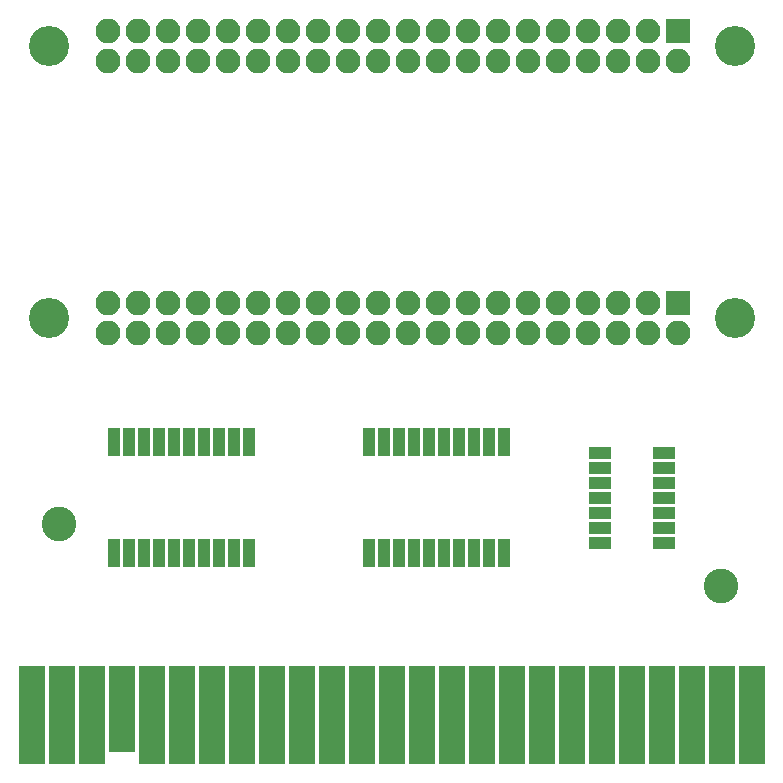
<source format=gbr>
G04 #@! TF.FileFunction,Soldermask,Top*
%FSLAX46Y46*%
G04 Gerber Fmt 4.6, Leading zero omitted, Abs format (unit mm)*
G04 Created by KiCad (PCBNEW 4.0.7) date 01/19/18 22:03:17*
%MOMM*%
%LPD*%
G01*
G04 APERTURE LIST*
%ADD10C,0.100000*%
%ADD11C,2.940000*%
%ADD12R,2.200000X8.400000*%
%ADD13R,2.200000X7.400000*%
%ADD14R,1.000000X2.350000*%
%ADD15R,1.900000X1.000000*%
%ADD16R,2.100000X2.100000*%
%ADD17O,2.100000X2.100000*%
%ADD18C,3.400000*%
G04 APERTURE END LIST*
D10*
D11*
X185333640Y-98897440D03*
D12*
X187949840Y-109827440D03*
X185409840Y-109827440D03*
X182869840Y-109827440D03*
X180329840Y-109827440D03*
X177789840Y-109827440D03*
X175249840Y-109827440D03*
X172709840Y-109827440D03*
X170169840Y-109827440D03*
X167629840Y-109827440D03*
X165089840Y-109827440D03*
X162549840Y-109827440D03*
X160009840Y-109827440D03*
X157469840Y-109827440D03*
X154929840Y-109827440D03*
X152389840Y-109827440D03*
X149849840Y-109827440D03*
X147309840Y-109827440D03*
X144769840Y-109827440D03*
X142229840Y-109827440D03*
X139689840Y-109827440D03*
X137149840Y-109827440D03*
D13*
X134604760Y-109334680D03*
D12*
X132069840Y-109827440D03*
X129529840Y-109827440D03*
X126989840Y-109827440D03*
D11*
X129334260Y-93695520D03*
D14*
X167005000Y-86740000D03*
X165735000Y-86740000D03*
X164465000Y-86740000D03*
X163195000Y-86740000D03*
X161925000Y-86740000D03*
X160655000Y-86740000D03*
X159385000Y-86740000D03*
X158115000Y-86740000D03*
X156845000Y-86740000D03*
X155575000Y-86740000D03*
X155575000Y-96140000D03*
X156845000Y-96140000D03*
X158115000Y-96140000D03*
X159385000Y-96140000D03*
X160655000Y-96140000D03*
X161925000Y-96140000D03*
X163195000Y-96140000D03*
X164465000Y-96140000D03*
X165735000Y-96140000D03*
X167005000Y-96140000D03*
X145415000Y-86740000D03*
X144145000Y-86740000D03*
X142875000Y-86740000D03*
X141605000Y-86740000D03*
X140335000Y-86740000D03*
X139065000Y-86740000D03*
X137795000Y-86740000D03*
X136525000Y-86740000D03*
X135255000Y-86740000D03*
X133985000Y-86740000D03*
X133985000Y-96140000D03*
X135255000Y-96140000D03*
X136525000Y-96140000D03*
X137795000Y-96140000D03*
X139065000Y-96140000D03*
X140335000Y-96140000D03*
X141605000Y-96140000D03*
X142875000Y-96140000D03*
X144145000Y-96140000D03*
X145415000Y-96140000D03*
D15*
X180500000Y-95250000D03*
X180500000Y-93980000D03*
X180500000Y-92710000D03*
X180500000Y-91440000D03*
X180500000Y-90170000D03*
X180500000Y-88900000D03*
X180500000Y-87630000D03*
X175100000Y-87630000D03*
X175100000Y-88900000D03*
X175100000Y-90170000D03*
X175100000Y-91440000D03*
X175100000Y-92710000D03*
X175100000Y-93980000D03*
X175100000Y-95250000D03*
D16*
X181674000Y-74930000D03*
D17*
X181674000Y-77470000D03*
X179134000Y-74930000D03*
X179134000Y-77470000D03*
X176594000Y-74930000D03*
X176594000Y-77470000D03*
X174054000Y-74930000D03*
X174054000Y-77470000D03*
X171514000Y-74930000D03*
X171514000Y-77470000D03*
X168974000Y-74930000D03*
X168974000Y-77470000D03*
X166434000Y-74930000D03*
X166434000Y-77470000D03*
X163894000Y-74930000D03*
X163894000Y-77470000D03*
X161354000Y-74930000D03*
X161354000Y-77470000D03*
X158814000Y-74930000D03*
X158814000Y-77470000D03*
X156274000Y-74930000D03*
X156274000Y-77470000D03*
X153734000Y-74930000D03*
X153734000Y-77470000D03*
X151194000Y-74930000D03*
X151194000Y-77470000D03*
X148654000Y-74930000D03*
X148654000Y-77470000D03*
X146114000Y-74930000D03*
X146114000Y-77470000D03*
X143574000Y-74930000D03*
X143574000Y-77470000D03*
X141034000Y-74930000D03*
X141034000Y-77470000D03*
X138494000Y-74930000D03*
X138494000Y-77470000D03*
X135954000Y-74930000D03*
X135954000Y-77470000D03*
X133414000Y-74930000D03*
X133414000Y-77470000D03*
D16*
X181674000Y-51943000D03*
D17*
X181674000Y-54483000D03*
X179134000Y-51943000D03*
X179134000Y-54483000D03*
X176594000Y-51943000D03*
X176594000Y-54483000D03*
X174054000Y-51943000D03*
X174054000Y-54483000D03*
X171514000Y-51943000D03*
X171514000Y-54483000D03*
X168974000Y-51943000D03*
X168974000Y-54483000D03*
X166434000Y-51943000D03*
X166434000Y-54483000D03*
X163894000Y-51943000D03*
X163894000Y-54483000D03*
X161354000Y-51943000D03*
X161354000Y-54483000D03*
X158814000Y-51943000D03*
X158814000Y-54483000D03*
X156274000Y-51943000D03*
X156274000Y-54483000D03*
X153734000Y-51943000D03*
X153734000Y-54483000D03*
X151194000Y-51943000D03*
X151194000Y-54483000D03*
X148654000Y-51943000D03*
X148654000Y-54483000D03*
X146114000Y-51943000D03*
X146114000Y-54483000D03*
X143574000Y-51943000D03*
X143574000Y-54483000D03*
X141034000Y-51943000D03*
X141034000Y-54483000D03*
X138494000Y-51943000D03*
X138494000Y-54483000D03*
X135954000Y-51943000D03*
X135954000Y-54483000D03*
X133414000Y-51943000D03*
X133414000Y-54483000D03*
D18*
X128500000Y-76213000D03*
X128500000Y-53213000D03*
X186500000Y-53213000D03*
X186500000Y-76213000D03*
X186500000Y-76213000D03*
X186500000Y-53213000D03*
X128500000Y-53213000D03*
X128500000Y-76213000D03*
M02*

</source>
